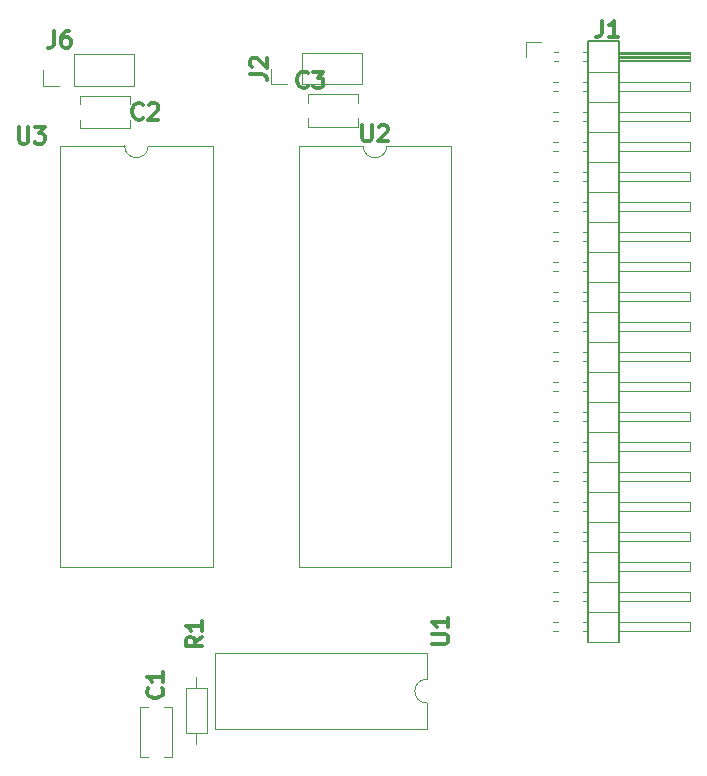
<source format=gto>
G04 #@! TF.GenerationSoftware,KiCad,Pcbnew,(6.0.1)*
G04 #@! TF.CreationDate,2022-09-17T15:50:42-04:00*
G04 #@! TF.ProjectId,LB-MEM-02,4c422d4d-454d-42d3-9032-2e6b69636164,1*
G04 #@! TF.SameCoordinates,Original*
G04 #@! TF.FileFunction,Legend,Top*
G04 #@! TF.FilePolarity,Positive*
%FSLAX46Y46*%
G04 Gerber Fmt 4.6, Leading zero omitted, Abs format (unit mm)*
G04 Created by KiCad (PCBNEW (6.0.1)) date 2022-09-17 15:50:42*
%MOMM*%
%LPD*%
G01*
G04 APERTURE LIST*
%ADD10C,0.349250*%
%ADD11C,0.120000*%
%ADD12C,0.150000*%
G04 APERTURE END LIST*
D10*
X148713976Y-103737833D02*
X148048738Y-104203500D01*
X148713976Y-104536119D02*
X147316976Y-104536119D01*
X147316976Y-104003928D01*
X147383500Y-103870880D01*
X147450023Y-103804357D01*
X147583071Y-103737833D01*
X147782642Y-103737833D01*
X147915690Y-103804357D01*
X147982214Y-103870880D01*
X148048738Y-104003928D01*
X148048738Y-104536119D01*
X148713976Y-102407357D02*
X148713976Y-103205642D01*
X148713976Y-102806500D02*
X147316976Y-102806500D01*
X147516547Y-102939547D01*
X147649595Y-103072595D01*
X147716119Y-103205642D01*
X162257619Y-60404976D02*
X162257619Y-61535880D01*
X162324142Y-61668928D01*
X162390666Y-61735452D01*
X162523714Y-61801976D01*
X162789809Y-61801976D01*
X162922857Y-61735452D01*
X162989380Y-61668928D01*
X163055904Y-61535880D01*
X163055904Y-60404976D01*
X163654619Y-60538023D02*
X163721142Y-60471500D01*
X163854190Y-60404976D01*
X164186809Y-60404976D01*
X164319857Y-60471500D01*
X164386380Y-60538023D01*
X164452904Y-60671071D01*
X164452904Y-60804119D01*
X164386380Y-61003690D01*
X163588095Y-61801976D01*
X164452904Y-61801976D01*
X182539333Y-51579976D02*
X182539333Y-52577833D01*
X182472809Y-52777404D01*
X182339761Y-52910452D01*
X182140190Y-52976976D01*
X182007142Y-52976976D01*
X183936333Y-52976976D02*
X183138047Y-52976976D01*
X183537190Y-52976976D02*
X183537190Y-51579976D01*
X183404142Y-51779547D01*
X183271095Y-51912595D01*
X183138047Y-51979119D01*
X168144976Y-104315380D02*
X169275880Y-104315380D01*
X169408928Y-104248857D01*
X169475452Y-104182333D01*
X169541976Y-104049285D01*
X169541976Y-103783190D01*
X169475452Y-103650142D01*
X169408928Y-103583619D01*
X169275880Y-103517095D01*
X168144976Y-103517095D01*
X169541976Y-102120095D02*
X169541976Y-102918380D01*
X169541976Y-102519238D02*
X168144976Y-102519238D01*
X168344547Y-102652285D01*
X168477595Y-102785333D01*
X168544119Y-102918380D01*
X133179619Y-60575976D02*
X133179619Y-61706880D01*
X133246142Y-61839928D01*
X133312666Y-61906452D01*
X133445714Y-61972976D01*
X133711809Y-61972976D01*
X133844857Y-61906452D01*
X133911380Y-61839928D01*
X133977904Y-61706880D01*
X133977904Y-60575976D01*
X134510095Y-60575976D02*
X135374904Y-60575976D01*
X134909238Y-61108166D01*
X135108809Y-61108166D01*
X135241857Y-61174690D01*
X135308380Y-61241214D01*
X135374904Y-61374261D01*
X135374904Y-61706880D01*
X135308380Y-61839928D01*
X135241857Y-61906452D01*
X135108809Y-61972976D01*
X134709666Y-61972976D01*
X134576619Y-61906452D01*
X134510095Y-61839928D01*
X145278928Y-108055833D02*
X145345452Y-108122357D01*
X145411976Y-108321928D01*
X145411976Y-108454976D01*
X145345452Y-108654547D01*
X145212404Y-108787595D01*
X145079357Y-108854119D01*
X144813261Y-108920642D01*
X144613690Y-108920642D01*
X144347595Y-108854119D01*
X144214547Y-108787595D01*
X144081500Y-108654547D01*
X144014976Y-108454976D01*
X144014976Y-108321928D01*
X144081500Y-108122357D01*
X144148023Y-108055833D01*
X145411976Y-106725357D02*
X145411976Y-107523642D01*
X145411976Y-107124500D02*
X144014976Y-107124500D01*
X144214547Y-107257547D01*
X144347595Y-107390595D01*
X144414119Y-107523642D01*
X143658166Y-59807928D02*
X143591642Y-59874452D01*
X143392071Y-59940976D01*
X143259023Y-59940976D01*
X143059452Y-59874452D01*
X142926404Y-59741404D01*
X142859880Y-59608357D01*
X142793357Y-59342261D01*
X142793357Y-59142690D01*
X142859880Y-58876595D01*
X142926404Y-58743547D01*
X143059452Y-58610500D01*
X143259023Y-58543976D01*
X143392071Y-58543976D01*
X143591642Y-58610500D01*
X143658166Y-58677023D01*
X144190357Y-58677023D02*
X144256880Y-58610500D01*
X144389928Y-58543976D01*
X144722547Y-58543976D01*
X144855595Y-58610500D01*
X144922119Y-58677023D01*
X144988642Y-58810071D01*
X144988642Y-58943119D01*
X144922119Y-59142690D01*
X144123833Y-59940976D01*
X144988642Y-59940976D01*
X136186333Y-52447976D02*
X136186333Y-53445833D01*
X136119809Y-53645404D01*
X135986761Y-53778452D01*
X135787190Y-53844976D01*
X135654142Y-53844976D01*
X137450285Y-52447976D02*
X137184190Y-52447976D01*
X137051142Y-52514500D01*
X136984619Y-52581023D01*
X136851571Y-52780595D01*
X136785047Y-53046690D01*
X136785047Y-53578880D01*
X136851571Y-53711928D01*
X136918095Y-53778452D01*
X137051142Y-53844976D01*
X137317238Y-53844976D01*
X137450285Y-53778452D01*
X137516809Y-53711928D01*
X137583333Y-53578880D01*
X137583333Y-53246261D01*
X137516809Y-53113214D01*
X137450285Y-53046690D01*
X137317238Y-52980166D01*
X137051142Y-52980166D01*
X136918095Y-53046690D01*
X136851571Y-53113214D01*
X136785047Y-53246261D01*
X152748976Y-56091666D02*
X153746833Y-56091666D01*
X153946404Y-56158190D01*
X154079452Y-56291238D01*
X154145976Y-56490809D01*
X154145976Y-56623857D01*
X152882023Y-55492952D02*
X152815500Y-55426428D01*
X152748976Y-55293380D01*
X152748976Y-54960761D01*
X152815500Y-54827714D01*
X152882023Y-54761190D01*
X153015071Y-54694666D01*
X153148119Y-54694666D01*
X153347690Y-54761190D01*
X154145976Y-55559476D01*
X154145976Y-54694666D01*
X157628166Y-57140928D02*
X157561642Y-57207452D01*
X157362071Y-57273976D01*
X157229023Y-57273976D01*
X157029452Y-57207452D01*
X156896404Y-57074404D01*
X156829880Y-56941357D01*
X156763357Y-56675261D01*
X156763357Y-56475690D01*
X156829880Y-56209595D01*
X156896404Y-56076547D01*
X157029452Y-55943500D01*
X157229023Y-55876976D01*
X157362071Y-55876976D01*
X157561642Y-55943500D01*
X157628166Y-56010023D01*
X158093833Y-55876976D02*
X158958642Y-55876976D01*
X158492976Y-56409166D01*
X158692547Y-56409166D01*
X158825595Y-56475690D01*
X158892119Y-56542214D01*
X158958642Y-56675261D01*
X158958642Y-57007880D01*
X158892119Y-57140928D01*
X158825595Y-57207452D01*
X158692547Y-57273976D01*
X158293404Y-57273976D01*
X158160357Y-57207452D01*
X158093833Y-57140928D01*
D11*
X149129000Y-108062000D02*
X147289000Y-108062000D01*
X147289000Y-108062000D02*
X147289000Y-111902000D01*
X149129000Y-111902000D02*
X149129000Y-108062000D01*
X148209000Y-107112000D02*
X148209000Y-108062000D01*
X147289000Y-111902000D02*
X149129000Y-111902000D01*
X148209000Y-112852000D02*
X148209000Y-111902000D01*
X162322000Y-62170000D02*
X156862000Y-62170000D01*
X156862000Y-97850000D02*
X169782000Y-97850000D01*
X156862000Y-62170000D02*
X156862000Y-97850000D01*
X169782000Y-62170000D02*
X164322000Y-62170000D01*
X169782000Y-97850000D02*
X169782000Y-62170000D01*
X162322000Y-62170000D02*
G75*
G03*
X164322000Y-62170000I1000000J0D01*
G01*
X180932929Y-93095000D02*
X181330000Y-93095000D01*
X189990000Y-85475000D02*
X183990000Y-85475000D01*
X180932929Y-79635000D02*
X181330000Y-79635000D01*
X178392929Y-77855000D02*
X178847071Y-77855000D01*
X178392929Y-94875000D02*
X178847071Y-94875000D01*
X178392929Y-69475000D02*
X178847071Y-69475000D01*
X183990000Y-97415000D02*
X189990000Y-97415000D01*
X183990000Y-53285000D02*
X181330000Y-53285000D01*
X183990000Y-54295000D02*
X189990000Y-54295000D01*
X178392929Y-82175000D02*
X178847071Y-82175000D01*
X180932929Y-77095000D02*
X181330000Y-77095000D01*
X178392929Y-56775000D02*
X178847071Y-56775000D01*
X181330000Y-71125000D02*
X183990000Y-71125000D01*
X180932929Y-66935000D02*
X181330000Y-66935000D01*
X183990000Y-87255000D02*
X189990000Y-87255000D01*
X178392929Y-62615000D02*
X178847071Y-62615000D01*
X183990000Y-77095000D02*
X189990000Y-77095000D01*
X189990000Y-102495000D02*
X189990000Y-103255000D01*
X178392929Y-61855000D02*
X178847071Y-61855000D01*
X178392929Y-60075000D02*
X178847071Y-60075000D01*
X181330000Y-63505000D02*
X183990000Y-63505000D01*
X189990000Y-97415000D02*
X189990000Y-98175000D01*
X189990000Y-100715000D02*
X183990000Y-100715000D01*
X181330000Y-78745000D02*
X183990000Y-78745000D01*
X189990000Y-82175000D02*
X189990000Y-82935000D01*
X178392929Y-90555000D02*
X178847071Y-90555000D01*
X180932929Y-69475000D02*
X181330000Y-69475000D01*
X178392929Y-92335000D02*
X178847071Y-92335000D01*
X189990000Y-72775000D02*
X183990000Y-72775000D01*
X181330000Y-104145000D02*
X183990000Y-104145000D01*
X180932929Y-94875000D02*
X181330000Y-94875000D01*
X180932929Y-102495000D02*
X181330000Y-102495000D01*
X181330000Y-93985000D02*
X183990000Y-93985000D01*
X183990000Y-64395000D02*
X189990000Y-64395000D01*
X178392929Y-87255000D02*
X178847071Y-87255000D01*
X178392929Y-84715000D02*
X178847071Y-84715000D01*
X180932929Y-100715000D02*
X181330000Y-100715000D01*
X189990000Y-87255000D02*
X189990000Y-88015000D01*
X189990000Y-94875000D02*
X189990000Y-95635000D01*
X181330000Y-55885000D02*
X183990000Y-55885000D01*
X178392929Y-59315000D02*
X178847071Y-59315000D01*
X189990000Y-54995000D02*
X183990000Y-54995000D01*
X183990000Y-54895000D02*
X189990000Y-54895000D01*
X189990000Y-56775000D02*
X189990000Y-57535000D01*
X183990000Y-84715000D02*
X189990000Y-84715000D01*
X183990000Y-89795000D02*
X189990000Y-89795000D01*
X180932929Y-57535000D02*
X181330000Y-57535000D01*
X181330000Y-66045000D02*
X183990000Y-66045000D01*
X178392929Y-72775000D02*
X178847071Y-72775000D01*
X178392929Y-74555000D02*
X178847071Y-74555000D01*
X183990000Y-79635000D02*
X189990000Y-79635000D01*
X180932929Y-99955000D02*
X181330000Y-99955000D01*
X189990000Y-64395000D02*
X189990000Y-65155000D01*
X178392929Y-79635000D02*
X178847071Y-79635000D01*
X180932929Y-65155000D02*
X181330000Y-65155000D01*
X180932929Y-59315000D02*
X181330000Y-59315000D01*
X183990000Y-66935000D02*
X189990000Y-66935000D01*
X189990000Y-98175000D02*
X183990000Y-98175000D01*
X180932929Y-74555000D02*
X181330000Y-74555000D01*
X180932929Y-62615000D02*
X181330000Y-62615000D01*
X183990000Y-82175000D02*
X189990000Y-82175000D01*
X189990000Y-72015000D02*
X189990000Y-72775000D01*
X181330000Y-91445000D02*
X183990000Y-91445000D01*
X178392929Y-103255000D02*
X178847071Y-103255000D01*
X178392929Y-88015000D02*
X178847071Y-88015000D01*
X180932929Y-82935000D02*
X181330000Y-82935000D01*
X189990000Y-65155000D02*
X183990000Y-65155000D01*
X189990000Y-62615000D02*
X183990000Y-62615000D01*
D12*
X181330000Y-53285000D02*
X183990000Y-53285000D01*
D11*
X178392929Y-67695000D02*
X178847071Y-67695000D01*
X180932929Y-98175000D02*
X181330000Y-98175000D01*
X183990000Y-72015000D02*
X189990000Y-72015000D01*
X180932929Y-87255000D02*
X181330000Y-87255000D01*
X189990000Y-89795000D02*
X189990000Y-90555000D01*
X178392929Y-70235000D02*
X178847071Y-70235000D01*
X189990000Y-54235000D02*
X189990000Y-54995000D01*
X180932929Y-103255000D02*
X181330000Y-103255000D01*
X181330000Y-86365000D02*
X183990000Y-86365000D01*
X180932929Y-88015000D02*
X181330000Y-88015000D01*
X181330000Y-99065000D02*
X183990000Y-99065000D01*
X180932929Y-90555000D02*
X181330000Y-90555000D01*
X189990000Y-75315000D02*
X183990000Y-75315000D01*
X189990000Y-103255000D02*
X183990000Y-103255000D01*
X183990000Y-92335000D02*
X189990000Y-92335000D01*
X189990000Y-57535000D02*
X183990000Y-57535000D01*
X180932929Y-75315000D02*
X181330000Y-75315000D01*
X178392929Y-65155000D02*
X178847071Y-65155000D01*
X181330000Y-58425000D02*
X183990000Y-58425000D01*
X189990000Y-60075000D02*
X183990000Y-60075000D01*
X183990000Y-54415000D02*
X189990000Y-54415000D01*
X189990000Y-74555000D02*
X189990000Y-75315000D01*
X189990000Y-82935000D02*
X183990000Y-82935000D01*
X178392929Y-100715000D02*
X178847071Y-100715000D01*
X180932929Y-84715000D02*
X181330000Y-84715000D01*
X178392929Y-72015000D02*
X178847071Y-72015000D01*
X183990000Y-54655000D02*
X189990000Y-54655000D01*
X189990000Y-77855000D02*
X183990000Y-77855000D01*
X183990000Y-54775000D02*
X189990000Y-54775000D01*
X183990000Y-99955000D02*
X189990000Y-99955000D01*
D12*
X181330000Y-104145000D02*
X181330000Y-53285000D01*
D11*
X178392929Y-95635000D02*
X178847071Y-95635000D01*
X189990000Y-77095000D02*
X189990000Y-77855000D01*
X178392929Y-66935000D02*
X178847071Y-66935000D01*
X180932929Y-95635000D02*
X181330000Y-95635000D01*
X181330000Y-60965000D02*
X183990000Y-60965000D01*
X180932929Y-85475000D02*
X181330000Y-85475000D01*
X181330000Y-83825000D02*
X183990000Y-83825000D01*
X180932929Y-72015000D02*
X181330000Y-72015000D01*
X183990000Y-54535000D02*
X189990000Y-54535000D01*
X178392929Y-77095000D02*
X178847071Y-77095000D01*
X183990000Y-61855000D02*
X189990000Y-61855000D01*
X180932929Y-97415000D02*
X181330000Y-97415000D01*
X189990000Y-79635000D02*
X189990000Y-80395000D01*
X180932929Y-54995000D02*
X181330000Y-54995000D01*
X180932929Y-89795000D02*
X181330000Y-89795000D01*
X178460000Y-54995000D02*
X178847071Y-54995000D01*
X189990000Y-67695000D02*
X183990000Y-67695000D01*
X189990000Y-59315000D02*
X189990000Y-60075000D01*
X180932929Y-80395000D02*
X181330000Y-80395000D01*
X189990000Y-84715000D02*
X189990000Y-85475000D01*
X180932929Y-72775000D02*
X181330000Y-72775000D01*
X176080000Y-54615000D02*
X176080000Y-53345000D01*
X180932929Y-61855000D02*
X181330000Y-61855000D01*
X183990000Y-54235000D02*
X189990000Y-54235000D01*
X183990000Y-59315000D02*
X189990000Y-59315000D01*
X181330000Y-76205000D02*
X183990000Y-76205000D01*
X178392929Y-93095000D02*
X178847071Y-93095000D01*
X176080000Y-53345000D02*
X177350000Y-53345000D01*
X181330000Y-101605000D02*
X183990000Y-101605000D01*
X178392929Y-98175000D02*
X178847071Y-98175000D01*
X178392929Y-75315000D02*
X178847071Y-75315000D01*
X180932929Y-92335000D02*
X181330000Y-92335000D01*
X183990000Y-69475000D02*
X189990000Y-69475000D01*
X180932929Y-77855000D02*
X181330000Y-77855000D01*
X181330000Y-68585000D02*
X183990000Y-68585000D01*
X180932929Y-64395000D02*
X181330000Y-64395000D01*
X178392929Y-97415000D02*
X178847071Y-97415000D01*
X178392929Y-82935000D02*
X178847071Y-82935000D01*
X178392929Y-89795000D02*
X178847071Y-89795000D01*
X178392929Y-80395000D02*
X178847071Y-80395000D01*
X189990000Y-90555000D02*
X183990000Y-90555000D01*
X180932929Y-60075000D02*
X181330000Y-60075000D01*
X189990000Y-61855000D02*
X189990000Y-62615000D01*
X183990000Y-102495000D02*
X189990000Y-102495000D01*
X189990000Y-95635000D02*
X183990000Y-95635000D01*
X178392929Y-57535000D02*
X178847071Y-57535000D01*
X189990000Y-88015000D02*
X183990000Y-88015000D01*
X180932929Y-56775000D02*
X181330000Y-56775000D01*
X178392929Y-102495000D02*
X178847071Y-102495000D01*
D12*
X183990000Y-53285000D02*
X183990000Y-104145000D01*
D11*
X189990000Y-80395000D02*
X183990000Y-80395000D01*
X183990000Y-56775000D02*
X189990000Y-56775000D01*
X180932929Y-82175000D02*
X181330000Y-82175000D01*
X189990000Y-99955000D02*
X189990000Y-100715000D01*
X178460000Y-54235000D02*
X178847071Y-54235000D01*
X189990000Y-70235000D02*
X183990000Y-70235000D01*
X189990000Y-93095000D02*
X183990000Y-93095000D01*
X180932929Y-67695000D02*
X181330000Y-67695000D01*
X181330000Y-73665000D02*
X183990000Y-73665000D01*
X189990000Y-92335000D02*
X189990000Y-93095000D01*
X183990000Y-74555000D02*
X189990000Y-74555000D01*
X180932929Y-54235000D02*
X181330000Y-54235000D01*
X189990000Y-69475000D02*
X189990000Y-70235000D01*
X181330000Y-88905000D02*
X183990000Y-88905000D01*
X178392929Y-85475000D02*
X178847071Y-85475000D01*
X178392929Y-64395000D02*
X178847071Y-64395000D01*
X189990000Y-66935000D02*
X189990000Y-67695000D01*
X178392929Y-99955000D02*
X178847071Y-99955000D01*
X181330000Y-81285000D02*
X183990000Y-81285000D01*
X183990000Y-94875000D02*
X189990000Y-94875000D01*
X181330000Y-96525000D02*
X183990000Y-96525000D01*
X180932929Y-70235000D02*
X181330000Y-70235000D01*
X149805000Y-111571000D02*
X167705000Y-111571000D01*
X167705000Y-105101000D02*
X149805000Y-105101000D01*
X167705000Y-107336000D02*
X167705000Y-105101000D01*
X167705000Y-111571000D02*
X167705000Y-109336000D01*
X149805000Y-105101000D02*
X149805000Y-111571000D01*
X167705000Y-107336000D02*
G75*
G03*
X167705000Y-109336000I0J-1000000D01*
G01*
X136667000Y-62170000D02*
X136667000Y-97850000D01*
X142127000Y-62170000D02*
X136667000Y-62170000D01*
X149587000Y-62170000D02*
X144127000Y-62170000D01*
X136667000Y-97850000D02*
X149587000Y-97850000D01*
X149587000Y-97850000D02*
X149587000Y-62170000D01*
X142127000Y-62170000D02*
G75*
G03*
X144127000Y-62170000I1000000J0D01*
G01*
X143410000Y-113900000D02*
X143410000Y-109660000D01*
X145445000Y-109660000D02*
X146150000Y-109660000D01*
X143410000Y-109660000D02*
X144115000Y-109660000D01*
X146150000Y-113900000D02*
X146150000Y-109660000D01*
X145445000Y-113900000D02*
X146150000Y-113900000D01*
X143410000Y-113900000D02*
X144115000Y-113900000D01*
X142582000Y-57939000D02*
X138342000Y-57939000D01*
X142582000Y-58644000D02*
X142582000Y-57939000D01*
X138342000Y-58644000D02*
X138342000Y-57939000D01*
X142582000Y-60679000D02*
X142582000Y-59974000D01*
X138342000Y-60679000D02*
X138342000Y-59974000D01*
X142582000Y-60679000D02*
X138342000Y-60679000D01*
X142950000Y-57083000D02*
X142950000Y-54423000D01*
X137810000Y-57083000D02*
X142950000Y-57083000D01*
X137810000Y-57083000D02*
X137810000Y-54423000D01*
X135210000Y-57083000D02*
X135210000Y-55753000D01*
X137810000Y-54423000D02*
X142950000Y-54423000D01*
X136540000Y-57083000D02*
X135210000Y-57083000D01*
X154514000Y-56956000D02*
X154514000Y-55626000D01*
X157114000Y-56956000D02*
X162254000Y-56956000D01*
X157114000Y-54296000D02*
X162254000Y-54296000D01*
X157114000Y-56956000D02*
X157114000Y-54296000D01*
X162254000Y-56956000D02*
X162254000Y-54296000D01*
X155844000Y-56956000D02*
X154514000Y-56956000D01*
X157646000Y-58517000D02*
X157646000Y-57812000D01*
X161886000Y-60552000D02*
X157646000Y-60552000D01*
X161886000Y-57812000D02*
X157646000Y-57812000D01*
X157646000Y-60552000D02*
X157646000Y-59847000D01*
X161886000Y-58517000D02*
X161886000Y-57812000D01*
X161886000Y-60552000D02*
X161886000Y-59847000D01*
M02*

</source>
